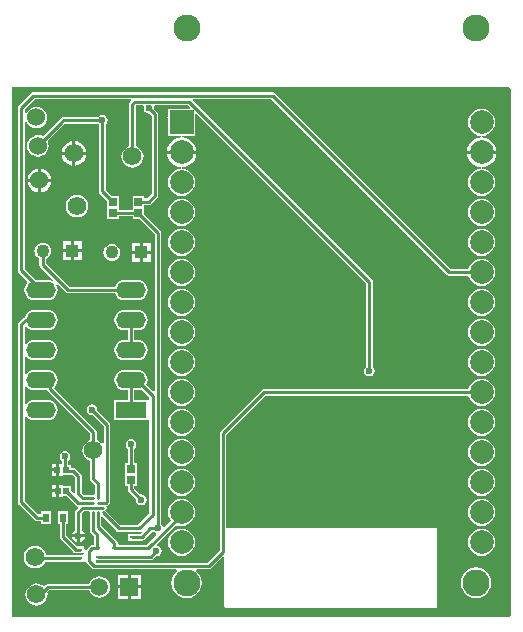
<source format=gtl>
G04*
G04 #@! TF.GenerationSoftware,Altium Limited,Altium Designer,20.0.2 (26)*
G04*
G04 Layer_Physical_Order=1*
G04 Layer_Color=255*
%FSLAX44Y44*%
%MOMM*%
G71*
G01*
G75*
%ADD14C,0.2540*%
%ADD15R,0.6000X0.8000*%
%ADD16R,0.4246X0.2921*%
%ADD17R,0.4500X0.2921*%
%ADD18R,0.6725X0.6899*%
%ADD19R,0.4899X0.4725*%
%ADD20C,0.1524*%
%ADD27C,1.1000*%
%ADD28R,1.1000X1.1000*%
%ADD29C,1.5700*%
%ADD37C,0.2286*%
%ADD38R,1.5000X1.5000*%
%ADD39C,1.5000*%
%ADD40R,2.0000X2.0000*%
%ADD41C,2.0000*%
%ADD42C,2.2888*%
%ADD43O,2.5000X1.4000*%
%ADD44R,2.5000X1.4000*%
%ADD45C,1.5240*%
%ADD46C,0.6000*%
G36*
X838200Y828040D02*
X417830D01*
Y1276350D01*
X838200D01*
Y828040D01*
D02*
G37*
%LPC*%
G36*
X815010Y1258503D02*
X812001Y1258107D01*
X809198Y1256946D01*
X806791Y1255099D01*
X804944Y1252692D01*
X803783Y1249888D01*
X803387Y1246880D01*
X803783Y1243872D01*
X804944Y1241068D01*
X806791Y1238661D01*
X809198Y1236814D01*
X812001Y1235653D01*
X814325Y1235347D01*
X814430Y1235333D01*
Y1234052D01*
X814325Y1234038D01*
X811736Y1233697D01*
X808686Y1232434D01*
X806066Y1230424D01*
X804056Y1227804D01*
X802793Y1224754D01*
X802529Y1222750D01*
X827491D01*
X827227Y1224754D01*
X825964Y1227804D01*
X823953Y1230424D01*
X821334Y1232434D01*
X818283Y1233697D01*
X815695Y1234038D01*
X815590Y1234052D01*
Y1235333D01*
X815695Y1235347D01*
X818018Y1235653D01*
X820822Y1236814D01*
X823229Y1238661D01*
X825076Y1241068D01*
X826237Y1243872D01*
X826633Y1246880D01*
X826237Y1249888D01*
X825076Y1252692D01*
X823229Y1255099D01*
X820822Y1256946D01*
X818018Y1258107D01*
X815010Y1258503D01*
D02*
G37*
G36*
X471170Y1230782D02*
Y1221740D01*
X480213D01*
X480023Y1223182D01*
X478976Y1225710D01*
X477310Y1227880D01*
X475140Y1229546D01*
X472612Y1230593D01*
X471170Y1230782D01*
D02*
G37*
G36*
X468630D02*
X467188Y1230593D01*
X464660Y1229546D01*
X462490Y1227880D01*
X460824Y1225710D01*
X459777Y1223182D01*
X459588Y1221740D01*
X468630D01*
Y1230782D01*
D02*
G37*
G36*
X480213Y1219200D02*
X471170D01*
Y1210157D01*
X472612Y1210347D01*
X475140Y1211394D01*
X477310Y1213060D01*
X478976Y1215230D01*
X480023Y1217758D01*
X480213Y1219200D01*
D02*
G37*
G36*
X468630D02*
X459588D01*
X459777Y1217758D01*
X460824Y1215230D01*
X462490Y1213060D01*
X464660Y1211394D01*
X467188Y1210347D01*
X468630Y1210157D01*
Y1219200D01*
D02*
G37*
G36*
X441960Y1207691D02*
Y1198880D01*
X450770D01*
X450588Y1200262D01*
X449565Y1202734D01*
X447936Y1204856D01*
X445814Y1206485D01*
X443342Y1207508D01*
X441960Y1207691D01*
D02*
G37*
G36*
X439420D02*
X438038Y1207508D01*
X435566Y1206485D01*
X433444Y1204856D01*
X431815Y1202734D01*
X430792Y1200262D01*
X430610Y1198880D01*
X439420D01*
Y1207691D01*
D02*
G37*
G36*
X450770Y1196340D02*
X441960D01*
Y1187530D01*
X443342Y1187711D01*
X445814Y1188735D01*
X447936Y1190364D01*
X449565Y1192486D01*
X450588Y1194958D01*
X450770Y1196340D01*
D02*
G37*
G36*
X439420D02*
X430610D01*
X430792Y1194958D01*
X431815Y1192486D01*
X433444Y1190364D01*
X435566Y1188735D01*
X438038Y1187711D01*
X439420Y1187530D01*
Y1196340D01*
D02*
G37*
G36*
X827491Y1220210D02*
X802529D01*
X802793Y1218206D01*
X804056Y1215156D01*
X806066Y1212536D01*
X808686Y1210526D01*
X811736Y1209263D01*
X814325Y1208922D01*
X814430Y1208908D01*
Y1207627D01*
X814325Y1207613D01*
X812001Y1207307D01*
X809198Y1206146D01*
X806791Y1204299D01*
X804944Y1201892D01*
X803783Y1199088D01*
X803387Y1196080D01*
X803783Y1193072D01*
X804944Y1190268D01*
X806791Y1187861D01*
X809198Y1186014D01*
X812001Y1184853D01*
X815010Y1184457D01*
X818018Y1184853D01*
X820822Y1186014D01*
X823229Y1187861D01*
X825076Y1190268D01*
X826237Y1193072D01*
X826633Y1196080D01*
X826237Y1199088D01*
X825076Y1201892D01*
X823229Y1204299D01*
X820822Y1206146D01*
X818018Y1207307D01*
X815695Y1207613D01*
X815590Y1207627D01*
Y1208908D01*
X815695Y1208922D01*
X818283Y1209263D01*
X821334Y1210526D01*
X823953Y1212536D01*
X825964Y1215156D01*
X827227Y1218206D01*
X827491Y1220210D01*
D02*
G37*
G36*
X573491D02*
X548529D01*
X548793Y1218206D01*
X550056Y1215156D01*
X552066Y1212536D01*
X554686Y1210526D01*
X557736Y1209263D01*
X560325Y1208922D01*
X560430Y1208908D01*
Y1207627D01*
X560325Y1207613D01*
X558002Y1207307D01*
X555198Y1206146D01*
X552791Y1204299D01*
X550944Y1201892D01*
X549782Y1199088D01*
X549386Y1196080D01*
X549782Y1193072D01*
X550944Y1190268D01*
X552791Y1187861D01*
X555198Y1186014D01*
X558002Y1184853D01*
X561010Y1184457D01*
X564018Y1184853D01*
X566822Y1186014D01*
X569229Y1187861D01*
X571076Y1190268D01*
X572237Y1193072D01*
X572633Y1196080D01*
X572237Y1199088D01*
X571076Y1201892D01*
X569229Y1204299D01*
X566822Y1206146D01*
X564018Y1207307D01*
X561695Y1207613D01*
X561590Y1207627D01*
Y1208908D01*
X561695Y1208922D01*
X564283Y1209263D01*
X567334Y1210526D01*
X569953Y1212536D01*
X571964Y1215156D01*
X573227Y1218206D01*
X573491Y1220210D01*
D02*
G37*
G36*
X472440Y1185475D02*
X469993Y1185153D01*
X467713Y1184208D01*
X465754Y1182706D01*
X464252Y1180747D01*
X463307Y1178467D01*
X462985Y1176020D01*
X463307Y1173573D01*
X464252Y1171293D01*
X465754Y1169334D01*
X467713Y1167832D01*
X469993Y1166887D01*
X472440Y1166565D01*
X474887Y1166887D01*
X477167Y1167832D01*
X479126Y1169334D01*
X480628Y1171293D01*
X481573Y1173573D01*
X481895Y1176020D01*
X481573Y1178467D01*
X480628Y1180747D01*
X479126Y1182706D01*
X477167Y1184208D01*
X474887Y1185153D01*
X472440Y1185475D01*
D02*
G37*
G36*
X815010Y1182303D02*
X812001Y1181907D01*
X809198Y1180746D01*
X806791Y1178899D01*
X804944Y1176492D01*
X803783Y1173688D01*
X803387Y1170680D01*
X803783Y1167672D01*
X804944Y1164868D01*
X806791Y1162461D01*
X809198Y1160614D01*
X812001Y1159453D01*
X815010Y1159057D01*
X818018Y1159453D01*
X820822Y1160614D01*
X823229Y1162461D01*
X825076Y1164868D01*
X826237Y1167672D01*
X826633Y1170680D01*
X826237Y1173688D01*
X825076Y1176492D01*
X823229Y1178899D01*
X820822Y1180746D01*
X818018Y1181907D01*
X815010Y1182303D01*
D02*
G37*
G36*
X561010D02*
X558002Y1181907D01*
X555198Y1180746D01*
X552791Y1178899D01*
X550944Y1176492D01*
X549782Y1173688D01*
X549386Y1170680D01*
X549782Y1167672D01*
X550944Y1164868D01*
X552791Y1162461D01*
X555198Y1160614D01*
X558002Y1159453D01*
X561010Y1159057D01*
X564018Y1159453D01*
X566822Y1160614D01*
X569229Y1162461D01*
X571076Y1164868D01*
X572237Y1167672D01*
X572633Y1170680D01*
X572237Y1173688D01*
X571076Y1176492D01*
X569229Y1178899D01*
X566822Y1180746D01*
X564018Y1181907D01*
X561010Y1182303D01*
D02*
G37*
G36*
X476470Y1145960D02*
X469700D01*
Y1139190D01*
X476470D01*
Y1145960D01*
D02*
G37*
G36*
X467160D02*
X460390D01*
Y1139190D01*
X467160D01*
Y1145960D01*
D02*
G37*
G36*
X534890Y1144690D02*
X528120D01*
Y1137920D01*
X534890D01*
Y1144690D01*
D02*
G37*
G36*
X525580D02*
X518810D01*
Y1137920D01*
X525580D01*
Y1144690D01*
D02*
G37*
G36*
X815010Y1156904D02*
X812001Y1156507D01*
X809198Y1155346D01*
X806791Y1153499D01*
X804944Y1151092D01*
X803783Y1148288D01*
X803387Y1145280D01*
X803783Y1142272D01*
X804944Y1139468D01*
X806791Y1137061D01*
X809198Y1135214D01*
X812001Y1134053D01*
X815010Y1133657D01*
X818018Y1134053D01*
X820822Y1135214D01*
X823229Y1137061D01*
X825076Y1139468D01*
X826237Y1142272D01*
X826633Y1145280D01*
X826237Y1148288D01*
X825076Y1151092D01*
X823229Y1153499D01*
X820822Y1155346D01*
X818018Y1156507D01*
X815010Y1156904D01*
D02*
G37*
G36*
X561010D02*
X558002Y1156507D01*
X555198Y1155346D01*
X552791Y1153499D01*
X550944Y1151092D01*
X549782Y1148288D01*
X549386Y1145280D01*
X549782Y1142272D01*
X550944Y1139468D01*
X552791Y1137061D01*
X555198Y1135214D01*
X558002Y1134053D01*
X561010Y1133657D01*
X564018Y1134053D01*
X566822Y1135214D01*
X569229Y1137061D01*
X571076Y1139468D01*
X572237Y1142272D01*
X572633Y1145280D01*
X572237Y1148288D01*
X571076Y1151092D01*
X569229Y1153499D01*
X566822Y1155346D01*
X564018Y1156507D01*
X561010Y1156904D01*
D02*
G37*
G36*
X476470Y1136650D02*
X469700D01*
Y1129880D01*
X476470D01*
Y1136650D01*
D02*
G37*
G36*
X467160D02*
X460390D01*
Y1129880D01*
X467160D01*
Y1136650D01*
D02*
G37*
G36*
X501850Y1143735D02*
X500016Y1143493D01*
X498308Y1142785D01*
X496840Y1141660D01*
X495715Y1140192D01*
X495007Y1138484D01*
X494765Y1136650D01*
X495007Y1134816D01*
X495715Y1133108D01*
X496840Y1131640D01*
X498308Y1130515D01*
X500016Y1129807D01*
X501850Y1129565D01*
X503684Y1129807D01*
X505392Y1130515D01*
X506860Y1131640D01*
X507985Y1133108D01*
X508693Y1134816D01*
X508935Y1136650D01*
X508693Y1138484D01*
X507985Y1140192D01*
X506860Y1141660D01*
X505392Y1142785D01*
X503684Y1143493D01*
X501850Y1143735D01*
D02*
G37*
G36*
X534890Y1135380D02*
X528120D01*
Y1128610D01*
X534890D01*
Y1135380D01*
D02*
G37*
G36*
X525580D02*
X518810D01*
Y1128610D01*
X525580D01*
Y1135380D01*
D02*
G37*
G36*
X638096Y1272293D02*
X638096Y1272293D01*
X435566D01*
X434476Y1272076D01*
X433552Y1271458D01*
X433552Y1271458D01*
X423436Y1261342D01*
X422818Y1260418D01*
X422601Y1259328D01*
X422601Y1259327D01*
Y1121410D01*
X422601Y1121410D01*
X422818Y1120320D01*
X423436Y1119396D01*
X430532Y1112299D01*
X430449Y1111032D01*
X430381Y1110979D01*
X429014Y1109199D01*
X428155Y1107125D01*
X427862Y1104900D01*
X428155Y1102675D01*
X429014Y1100601D01*
X430381Y1098821D01*
X432161Y1097454D01*
X434235Y1096595D01*
X436460Y1096302D01*
X447460D01*
X449685Y1096595D01*
X451759Y1097454D01*
X453539Y1098821D01*
X454906Y1100601D01*
X455765Y1102675D01*
X456058Y1104900D01*
X455765Y1107125D01*
X455054Y1108841D01*
X456130Y1109561D01*
X462806Y1102886D01*
X463730Y1102268D01*
X464820Y1102051D01*
X464820Y1102051D01*
X504614D01*
X505214Y1100601D01*
X506581Y1098821D01*
X508361Y1097454D01*
X510435Y1096595D01*
X512660Y1096302D01*
X523660D01*
X525885Y1096595D01*
X527959Y1097454D01*
X529739Y1098821D01*
X531106Y1100601D01*
X531965Y1102675D01*
X532258Y1104900D01*
X531965Y1107125D01*
X531106Y1109199D01*
X529739Y1110979D01*
X527959Y1112346D01*
X525885Y1113205D01*
X523660Y1113497D01*
X512660D01*
X510435Y1113205D01*
X508361Y1112346D01*
X506581Y1110979D01*
X505214Y1109199D01*
X504614Y1107749D01*
X466000D01*
X446279Y1127470D01*
Y1131497D01*
X446972Y1131785D01*
X448440Y1132910D01*
X449565Y1134378D01*
X450273Y1136086D01*
X450515Y1137920D01*
X450273Y1139754D01*
X449565Y1141462D01*
X448440Y1142930D01*
X446972Y1144055D01*
X445264Y1144763D01*
X443430Y1145005D01*
X441596Y1144763D01*
X439888Y1144055D01*
X438420Y1142930D01*
X437295Y1141462D01*
X436587Y1139754D01*
X436345Y1137920D01*
X436587Y1136086D01*
X437295Y1134378D01*
X438420Y1132910D01*
X439888Y1131785D01*
X440581Y1131497D01*
Y1126290D01*
X440581Y1126290D01*
X440798Y1125200D01*
X441416Y1124276D01*
X452121Y1113570D01*
X451401Y1112494D01*
X449685Y1113205D01*
X447460Y1113497D01*
X437391D01*
X428299Y1122590D01*
Y1247520D01*
X429569Y1247773D01*
X430163Y1246339D01*
X431628Y1244428D01*
X433539Y1242963D01*
X435763Y1242041D01*
X438150Y1241727D01*
X440537Y1242041D01*
X442761Y1242963D01*
X444672Y1244428D01*
X446137Y1246339D01*
X447059Y1248563D01*
X447373Y1250950D01*
X447059Y1253337D01*
X446137Y1255561D01*
X444672Y1257472D01*
X442761Y1258937D01*
X440537Y1259859D01*
X438150Y1260173D01*
X435763Y1259859D01*
X433539Y1258937D01*
X431628Y1257472D01*
X430163Y1255561D01*
X429569Y1254127D01*
X428299Y1254380D01*
Y1258148D01*
X436746Y1266595D01*
X518038D01*
X518564Y1265325D01*
X517416Y1264176D01*
X516798Y1263252D01*
X516581Y1262162D01*
X516581Y1262162D01*
Y1226896D01*
X514703Y1226118D01*
X512744Y1224616D01*
X511242Y1222657D01*
X510297Y1220377D01*
X509975Y1217930D01*
X510297Y1215483D01*
X511242Y1213203D01*
X512744Y1211244D01*
X514703Y1209742D01*
X516983Y1208797D01*
X519430Y1208475D01*
X521877Y1208797D01*
X524157Y1209742D01*
X526116Y1211244D01*
X527618Y1213203D01*
X528563Y1215483D01*
X528885Y1217930D01*
X528563Y1220377D01*
X527618Y1222657D01*
X526116Y1224616D01*
X524157Y1226118D01*
X522279Y1226896D01*
Y1260982D01*
X522812Y1261515D01*
X528580D01*
X529106Y1260530D01*
X529121Y1260245D01*
X528787Y1258570D01*
X529138Y1256805D01*
X530138Y1255308D01*
X531635Y1254308D01*
X533400Y1253957D01*
X533887Y1254054D01*
X535631Y1252310D01*
Y1186077D01*
X531938Y1182384D01*
X529396D01*
Y1184509D01*
X519624D01*
Y1172813D01*
X507806D01*
Y1184509D01*
X501975D01*
X496879Y1189606D01*
Y1244873D01*
X497292Y1245148D01*
X498292Y1246645D01*
X498643Y1248410D01*
X498292Y1250175D01*
X497292Y1251672D01*
X495795Y1252672D01*
X494030Y1253023D01*
X492265Y1252672D01*
X490768Y1251672D01*
X490493Y1251259D01*
X461010D01*
X461010Y1251259D01*
X459920Y1251042D01*
X458996Y1250424D01*
X458996Y1250424D01*
X457726Y1249154D01*
X457726Y1249154D01*
X443570Y1234998D01*
X441807Y1235729D01*
X439420Y1236043D01*
X437033Y1235729D01*
X434809Y1234807D01*
X432898Y1233342D01*
X431433Y1231431D01*
X430511Y1229207D01*
X430197Y1226820D01*
X430511Y1224433D01*
X431433Y1222209D01*
X432898Y1220298D01*
X434809Y1218833D01*
X437033Y1217911D01*
X439420Y1217597D01*
X441807Y1217911D01*
X444031Y1218833D01*
X445942Y1220298D01*
X447407Y1222209D01*
X448329Y1224433D01*
X448643Y1226820D01*
X448329Y1229207D01*
X447598Y1230970D01*
X461754Y1245126D01*
X461754Y1245126D01*
X462190Y1245561D01*
X490493D01*
X490768Y1245148D01*
X491181Y1244873D01*
Y1188426D01*
X491181Y1188426D01*
X491398Y1187335D01*
X492016Y1186411D01*
X498034Y1180393D01*
Y1174562D01*
Y1164991D01*
X507806D01*
Y1167116D01*
X519624D01*
Y1164991D01*
X525368D01*
X538171Y1152187D01*
Y1019521D01*
X536998Y1019035D01*
X531260Y1024773D01*
X531965Y1026475D01*
X532258Y1028700D01*
X531965Y1030925D01*
X531106Y1032999D01*
X529739Y1034779D01*
X527959Y1036146D01*
X525885Y1037005D01*
X523660Y1037298D01*
X512660D01*
X510435Y1037005D01*
X508361Y1036146D01*
X506581Y1034779D01*
X505214Y1032999D01*
X504355Y1030925D01*
X504062Y1028700D01*
X504355Y1026475D01*
X505214Y1024401D01*
X506581Y1022621D01*
X508361Y1021254D01*
X510435Y1020395D01*
X512660Y1020102D01*
X515311D01*
Y1011824D01*
X504136D01*
Y994776D01*
X532184D01*
Y1011824D01*
X521009D01*
Y1020102D01*
X523660D01*
X525885Y1020395D01*
X527084Y1020892D01*
X533805Y1014170D01*
Y915867D01*
X524304Y906366D01*
X523204Y905955D01*
X523204Y905955D01*
Y905955D01*
X523204Y905955D01*
X515656D01*
Y905819D01*
X508807D01*
X496587Y918039D01*
X496601Y918179D01*
X497330Y919272D01*
X497587Y920560D01*
X497348Y921762D01*
X498184Y921928D01*
X499108Y922546D01*
X499790Y923228D01*
X499790Y923228D01*
X500408Y924152D01*
X500625Y925242D01*
X500625Y925242D01*
Y990664D01*
X500625Y990664D01*
X500408Y991754D01*
X499790Y992678D01*
X489656Y1002813D01*
X489753Y1003300D01*
X489402Y1005065D01*
X488402Y1006562D01*
X486905Y1007561D01*
X485140Y1007913D01*
X483375Y1007561D01*
X481878Y1006562D01*
X480878Y1005065D01*
X480527Y1003300D01*
X480878Y1001535D01*
X481878Y1000038D01*
X483375Y999038D01*
X485140Y998687D01*
X485627Y998784D01*
X494927Y989484D01*
Y975395D01*
X493657Y974964D01*
X493096Y975696D01*
X491137Y977198D01*
X489259Y977976D01*
Y984250D01*
X489042Y985340D01*
X488424Y986264D01*
X488424Y986264D01*
X453388Y1021301D01*
X453471Y1022568D01*
X453539Y1022621D01*
X454906Y1024401D01*
X455765Y1026475D01*
X456058Y1028700D01*
X455765Y1030925D01*
X454906Y1032999D01*
X453539Y1034779D01*
X451759Y1036146D01*
X449685Y1037005D01*
X447460Y1037298D01*
X436460D01*
X434235Y1037005D01*
X432161Y1036146D01*
X430381Y1034779D01*
X429569Y1033721D01*
X428299Y1034152D01*
Y1048648D01*
X429569Y1049079D01*
X430381Y1048021D01*
X432161Y1046654D01*
X434235Y1045795D01*
X436460Y1045502D01*
X447460D01*
X449685Y1045795D01*
X451759Y1046654D01*
X453539Y1048021D01*
X454906Y1049801D01*
X455765Y1051875D01*
X456058Y1054100D01*
X455765Y1056325D01*
X454906Y1058399D01*
X453539Y1060179D01*
X451759Y1061546D01*
X449685Y1062405D01*
X447460Y1062698D01*
X436460D01*
X434235Y1062405D01*
X432161Y1061546D01*
X430381Y1060179D01*
X429569Y1059121D01*
X428299Y1059552D01*
Y1073488D01*
X429480Y1074262D01*
X429784Y1074199D01*
X430381Y1073421D01*
X432161Y1072054D01*
X434235Y1071195D01*
X436460Y1070902D01*
X447460D01*
X449685Y1071195D01*
X451759Y1072054D01*
X453539Y1073421D01*
X454906Y1075201D01*
X455765Y1077275D01*
X456058Y1079500D01*
X455765Y1081725D01*
X454906Y1083799D01*
X453539Y1085579D01*
X451759Y1086946D01*
X449685Y1087805D01*
X447460Y1088098D01*
X436460D01*
X434235Y1087805D01*
X432161Y1086946D01*
X430381Y1085579D01*
X429014Y1083799D01*
X428338Y1082165D01*
X428170Y1082132D01*
X427246Y1081514D01*
X423436Y1077704D01*
X422818Y1076780D01*
X422601Y1075690D01*
X422601Y1075690D01*
Y924930D01*
X422601Y924930D01*
X422818Y923840D01*
X423436Y922916D01*
X436506Y909846D01*
X436506Y909846D01*
X437430Y909228D01*
X438520Y909011D01*
X438520Y909011D01*
X441616D01*
Y906336D01*
X450664D01*
Y917384D01*
X441616D01*
Y915542D01*
X441085Y915214D01*
X440346Y915000D01*
X439610Y915492D01*
X438745Y915664D01*
X428299Y926110D01*
Y997848D01*
X429569Y998279D01*
X430381Y997221D01*
X432161Y995854D01*
X434235Y994995D01*
X436460Y994703D01*
X447460D01*
X449685Y994995D01*
X451759Y995854D01*
X453539Y997221D01*
X454906Y999001D01*
X455765Y1001075D01*
X456058Y1003300D01*
X455765Y1005525D01*
X454906Y1007599D01*
X453539Y1009379D01*
X451759Y1010746D01*
X449685Y1011605D01*
X447460Y1011898D01*
X436460D01*
X434235Y1011605D01*
X432161Y1010746D01*
X430381Y1009379D01*
X429569Y1008321D01*
X428299Y1008752D01*
Y1023248D01*
X429569Y1023679D01*
X430381Y1022621D01*
X432161Y1021254D01*
X434235Y1020395D01*
X436460Y1020102D01*
X446984D01*
X447021Y1019917D01*
X447638Y1018993D01*
X483561Y983070D01*
Y977976D01*
X481683Y977198D01*
X479724Y975696D01*
X478222Y973737D01*
X477277Y971457D01*
X476955Y969010D01*
X477277Y966563D01*
X478222Y964283D01*
X479724Y962324D01*
X481683Y960822D01*
X483561Y960044D01*
Y944880D01*
X483561Y944880D01*
X483778Y943790D01*
X484396Y942866D01*
X487501Y939761D01*
Y932319D01*
X486231Y931277D01*
X486220Y931279D01*
X478639D01*
X476559Y933360D01*
Y947420D01*
X476342Y948510D01*
X475724Y949434D01*
X475724Y949434D01*
X471470Y953688D01*
X470546Y954306D01*
X469456Y954523D01*
X469456Y954523D01*
X467499D01*
Y956386D01*
X465129D01*
Y960393D01*
X465542Y960668D01*
X466541Y962165D01*
X466893Y963930D01*
X466541Y965695D01*
X465542Y967192D01*
X464045Y968192D01*
X462280Y968543D01*
X460515Y968192D01*
X459018Y967192D01*
X458018Y965695D01*
X457667Y963930D01*
X458018Y962165D01*
X459018Y960668D01*
X459431Y960393D01*
Y957402D01*
X457224D01*
Y952500D01*
Y947598D01*
X460944D01*
Y948614D01*
X467499D01*
X467499Y948614D01*
Y948614D01*
X468687Y948414D01*
X470861Y946240D01*
Y933233D01*
X469591Y932708D01*
X467524Y934775D01*
Y938606D01*
X460968D01*
Y939622D01*
X457249D01*
Y934720D01*
Y929818D01*
X460968D01*
Y930834D01*
X463408D01*
X471696Y922546D01*
X472620Y921928D01*
X472831Y921886D01*
X473249Y920508D01*
X471696Y918954D01*
X471078Y918030D01*
X470861Y916940D01*
X470861Y916940D01*
Y901379D01*
X469716Y900614D01*
X468491Y898782D01*
X468314Y897890D01*
X479106D01*
X478929Y898782D01*
X477704Y900614D01*
X476559Y901379D01*
Y915760D01*
X478639Y917841D01*
X482461D01*
X483503Y916571D01*
X483501Y916560D01*
Y910499D01*
X483307Y909526D01*
X483307Y909526D01*
Y900974D01*
X483307Y900974D01*
X483524Y899884D01*
X484142Y898960D01*
X486521Y896581D01*
Y889249D01*
X485080D01*
X485080Y889249D01*
X483990Y889032D01*
X483066Y888414D01*
X480586Y885934D01*
X480024Y885094D01*
X479931Y885081D01*
X478754Y885817D01*
Y888114D01*
X472274D01*
X463489Y896900D01*
Y906336D01*
X465164D01*
Y917384D01*
X456116D01*
Y906336D01*
X457791D01*
Y895720D01*
X457791Y895720D01*
X458008Y894630D01*
X458626Y893706D01*
X469216Y883116D01*
X469216Y883116D01*
X470140Y882498D01*
X471206Y882286D01*
Y882145D01*
X478481D01*
X478754Y882145D01*
X478761Y882141D01*
Y881769D01*
X477493Y880614D01*
X471206D01*
Y880479D01*
X446119D01*
X446013Y881287D01*
X445068Y883567D01*
X443566Y885526D01*
X441607Y887028D01*
X439327Y887973D01*
X436880Y888295D01*
X434433Y887973D01*
X432153Y887028D01*
X430194Y885526D01*
X428692Y883567D01*
X427747Y881287D01*
X427425Y878840D01*
X427747Y876393D01*
X428692Y874113D01*
X430194Y872154D01*
X432153Y870652D01*
X434433Y869707D01*
X436880Y869385D01*
X439327Y869707D01*
X441607Y870652D01*
X443566Y872154D01*
X445068Y874113D01*
X445345Y874781D01*
X471206D01*
Y874645D01*
X478638D01*
X478754Y874645D01*
X479962Y874497D01*
X479968Y874468D01*
X480586Y873543D01*
X484923Y869206D01*
X484923Y869206D01*
X485848Y868588D01*
X486938Y868371D01*
X486938Y868371D01*
X556667D01*
X557098Y867101D01*
X555961Y866229D01*
X553882Y863520D01*
X552576Y860365D01*
X552130Y856980D01*
X552576Y853595D01*
X553882Y850440D01*
X555961Y847731D01*
X558670Y845652D01*
X561825Y844346D01*
X565210Y843900D01*
X568595Y844346D01*
X571750Y845652D01*
X574459Y847731D01*
X576537Y850440D01*
X577844Y853595D01*
X578290Y856980D01*
X577844Y860365D01*
X576537Y863520D01*
X574459Y866229D01*
X573322Y867101D01*
X573753Y868371D01*
X584200D01*
X584200Y868371D01*
X585290Y868588D01*
X586214Y869206D01*
X596087Y879078D01*
X597260Y878592D01*
Y836980D01*
X597743Y835814D01*
X598910Y835330D01*
X775810D01*
X776976Y835814D01*
X777459Y836980D01*
Y901880D01*
X776976Y903046D01*
X775810Y903530D01*
X598965D01*
Y982286D01*
X632110Y1015431D01*
X803762D01*
X803783Y1015272D01*
X804944Y1012468D01*
X806791Y1010061D01*
X809198Y1008214D01*
X812001Y1007053D01*
X815010Y1006657D01*
X818018Y1007053D01*
X820822Y1008214D01*
X823229Y1010061D01*
X825076Y1012468D01*
X826237Y1015272D01*
X826633Y1018280D01*
X826237Y1021288D01*
X825076Y1024092D01*
X823229Y1026499D01*
X820822Y1028346D01*
X818018Y1029507D01*
X815010Y1029903D01*
X812001Y1029507D01*
X809198Y1028346D01*
X806791Y1026499D01*
X804944Y1024092D01*
X803783Y1021288D01*
X803762Y1021129D01*
X630930D01*
X629840Y1020912D01*
X628916Y1020294D01*
X628916Y1020294D01*
X594101Y985480D01*
X593484Y984556D01*
X593267Y983466D01*
X593267Y983466D01*
Y884316D01*
X583020Y874069D01*
X488624D01*
X488185Y874645D01*
X488815Y875916D01*
X493867D01*
Y876051D01*
X500416D01*
Y875916D01*
X507964D01*
Y876051D01*
X534730D01*
X534730Y876051D01*
X535820Y876268D01*
X536744Y876886D01*
X539263Y879404D01*
X539750Y879307D01*
X541515Y879659D01*
X543012Y880658D01*
X544011Y882155D01*
X544363Y883920D01*
X544011Y885685D01*
X543012Y887182D01*
X541515Y888182D01*
X540460Y888391D01*
X540042Y889769D01*
X556392Y906119D01*
X558002Y905453D01*
X561010Y905057D01*
X564018Y905453D01*
X566822Y906614D01*
X569229Y908461D01*
X571076Y910868D01*
X572237Y913672D01*
X572633Y916680D01*
X572237Y919688D01*
X571076Y922492D01*
X569229Y924899D01*
X566822Y926746D01*
X564018Y927907D01*
X561010Y928304D01*
X558002Y927907D01*
X555198Y926746D01*
X552791Y924899D01*
X550944Y922492D01*
X549782Y919688D01*
X549386Y916680D01*
X549782Y913672D01*
X550944Y910868D01*
X551873Y909658D01*
X546511Y904296D01*
X545442Y904620D01*
X545231Y904811D01*
X544282Y906232D01*
X543869Y906507D01*
Y1153367D01*
X543869Y1153367D01*
X543652Y1154457D01*
X543034Y1155381D01*
X543034Y1155381D01*
X529396Y1169019D01*
Y1176687D01*
X533118D01*
X533118Y1176687D01*
X534208Y1176904D01*
X535132Y1177521D01*
X540494Y1182883D01*
X541112Y1183807D01*
X541329Y1184898D01*
X541329Y1184898D01*
Y1253490D01*
X541329Y1253490D01*
X541112Y1254580D01*
X540494Y1255504D01*
X540494Y1255504D01*
X537916Y1258083D01*
X538013Y1258570D01*
X537679Y1260245D01*
X537694Y1260530D01*
X538220Y1261515D01*
X566297D01*
X568235Y1259577D01*
X567749Y1258404D01*
X549486D01*
Y1252426D01*
X549228Y1252040D01*
X549011Y1250950D01*
X549228Y1249860D01*
X549486Y1249474D01*
Y1235356D01*
X560606D01*
X560689Y1234086D01*
X560117Y1234011D01*
X557736Y1233697D01*
X554686Y1232434D01*
X552066Y1230424D01*
X550056Y1227804D01*
X548793Y1224754D01*
X548529Y1222750D01*
X573491D01*
X573227Y1224754D01*
X571964Y1227804D01*
X569953Y1230424D01*
X567334Y1232434D01*
X564283Y1233697D01*
X561903Y1234011D01*
X561331Y1234086D01*
X561414Y1235356D01*
X572534D01*
Y1253619D01*
X573707Y1254105D01*
X717241Y1110571D01*
Y1039857D01*
X716828Y1039582D01*
X715828Y1038085D01*
X715477Y1036320D01*
X715828Y1034555D01*
X716828Y1033058D01*
X718325Y1032058D01*
X720090Y1031707D01*
X721855Y1032058D01*
X723352Y1033058D01*
X724352Y1034555D01*
X724703Y1036320D01*
X724352Y1038085D01*
X723352Y1039582D01*
X722939Y1039857D01*
Y1111751D01*
X722722Y1112841D01*
X722104Y1113766D01*
X722104Y1113766D01*
X570545Y1265325D01*
X571071Y1266595D01*
X636916D01*
X785646Y1117866D01*
X785646Y1117866D01*
X786570Y1117248D01*
X787660Y1117031D01*
X787660Y1117031D01*
X803762D01*
X803783Y1116872D01*
X804944Y1114068D01*
X806791Y1111661D01*
X809198Y1109814D01*
X812001Y1108653D01*
X815010Y1108257D01*
X818018Y1108653D01*
X820822Y1109814D01*
X823229Y1111661D01*
X825076Y1114068D01*
X826237Y1116872D01*
X826633Y1119880D01*
X826237Y1122888D01*
X825076Y1125692D01*
X823229Y1128099D01*
X820822Y1129946D01*
X818018Y1131107D01*
X815010Y1131504D01*
X812001Y1131107D01*
X809198Y1129946D01*
X806791Y1128099D01*
X804944Y1125692D01*
X803783Y1122888D01*
X803762Y1122729D01*
X788840D01*
X640110Y1271458D01*
X639186Y1272076D01*
X638096Y1272293D01*
D02*
G37*
G36*
X561010Y1131504D02*
X558002Y1131107D01*
X555198Y1129946D01*
X552791Y1128099D01*
X550944Y1125692D01*
X549782Y1122888D01*
X549386Y1119880D01*
X549782Y1116872D01*
X550944Y1114068D01*
X552791Y1111661D01*
X555198Y1109814D01*
X558002Y1108653D01*
X561010Y1108257D01*
X564018Y1108653D01*
X566822Y1109814D01*
X569229Y1111661D01*
X571076Y1114068D01*
X572237Y1116872D01*
X572633Y1119880D01*
X572237Y1122888D01*
X571076Y1125692D01*
X569229Y1128099D01*
X566822Y1129946D01*
X564018Y1131107D01*
X561010Y1131504D01*
D02*
G37*
G36*
X815010Y1106104D02*
X812001Y1105707D01*
X809198Y1104546D01*
X806791Y1102699D01*
X804944Y1100292D01*
X803783Y1097488D01*
X803387Y1094480D01*
X803783Y1091472D01*
X804944Y1088668D01*
X806791Y1086261D01*
X809198Y1084414D01*
X812001Y1083253D01*
X815010Y1082857D01*
X818018Y1083253D01*
X820822Y1084414D01*
X823229Y1086261D01*
X825076Y1088668D01*
X826237Y1091472D01*
X826633Y1094480D01*
X826237Y1097488D01*
X825076Y1100292D01*
X823229Y1102699D01*
X820822Y1104546D01*
X818018Y1105707D01*
X815010Y1106104D01*
D02*
G37*
G36*
X561010D02*
X558002Y1105707D01*
X555198Y1104546D01*
X552791Y1102699D01*
X550944Y1100292D01*
X549782Y1097488D01*
X549386Y1094480D01*
X549782Y1091472D01*
X550944Y1088668D01*
X552791Y1086261D01*
X555198Y1084414D01*
X558002Y1083253D01*
X561010Y1082857D01*
X564018Y1083253D01*
X566822Y1084414D01*
X569229Y1086261D01*
X571076Y1088668D01*
X572237Y1091472D01*
X572633Y1094480D01*
X572237Y1097488D01*
X571076Y1100292D01*
X569229Y1102699D01*
X566822Y1104546D01*
X564018Y1105707D01*
X561010Y1106104D01*
D02*
G37*
G36*
X815010Y1080704D02*
X812001Y1080307D01*
X809198Y1079146D01*
X806791Y1077299D01*
X804944Y1074892D01*
X803783Y1072088D01*
X803387Y1069080D01*
X803783Y1066072D01*
X804944Y1063268D01*
X806791Y1060861D01*
X809198Y1059014D01*
X812001Y1057853D01*
X815010Y1057457D01*
X818018Y1057853D01*
X820822Y1059014D01*
X823229Y1060861D01*
X825076Y1063268D01*
X826237Y1066072D01*
X826633Y1069080D01*
X826237Y1072088D01*
X825076Y1074892D01*
X823229Y1077299D01*
X820822Y1079146D01*
X818018Y1080307D01*
X815010Y1080704D01*
D02*
G37*
G36*
X561010D02*
X558002Y1080307D01*
X555198Y1079146D01*
X552791Y1077299D01*
X550944Y1074892D01*
X549782Y1072088D01*
X549386Y1069080D01*
X549782Y1066072D01*
X550944Y1063268D01*
X552791Y1060861D01*
X555198Y1059014D01*
X558002Y1057853D01*
X561010Y1057457D01*
X564018Y1057853D01*
X566822Y1059014D01*
X569229Y1060861D01*
X571076Y1063268D01*
X572237Y1066072D01*
X572633Y1069080D01*
X572237Y1072088D01*
X571076Y1074892D01*
X569229Y1077299D01*
X566822Y1079146D01*
X564018Y1080307D01*
X561010Y1080704D01*
D02*
G37*
G36*
X523660Y1088098D02*
X512660D01*
X510435Y1087805D01*
X508361Y1086946D01*
X506581Y1085579D01*
X505214Y1083799D01*
X504355Y1081725D01*
X504062Y1079500D01*
X504355Y1077275D01*
X505214Y1075201D01*
X506581Y1073421D01*
X508361Y1072054D01*
X510435Y1071195D01*
X512660Y1070902D01*
X515311D01*
Y1062698D01*
X512660D01*
X510435Y1062405D01*
X508361Y1061546D01*
X506581Y1060179D01*
X505214Y1058399D01*
X504355Y1056325D01*
X504062Y1054100D01*
X504355Y1051875D01*
X505214Y1049801D01*
X506581Y1048021D01*
X508361Y1046654D01*
X510435Y1045795D01*
X512660Y1045502D01*
X523660D01*
X525885Y1045795D01*
X527959Y1046654D01*
X529739Y1048021D01*
X531106Y1049801D01*
X531965Y1051875D01*
X532258Y1054100D01*
X531965Y1056325D01*
X531106Y1058399D01*
X529739Y1060179D01*
X527959Y1061546D01*
X525885Y1062405D01*
X523660Y1062698D01*
X521009D01*
Y1070902D01*
X523660D01*
X525885Y1071195D01*
X527959Y1072054D01*
X529739Y1073421D01*
X531106Y1075201D01*
X531965Y1077275D01*
X532258Y1079500D01*
X531965Y1081725D01*
X531106Y1083799D01*
X529739Y1085579D01*
X527959Y1086946D01*
X525885Y1087805D01*
X523660Y1088098D01*
D02*
G37*
G36*
X815010Y1055303D02*
X812001Y1054907D01*
X809198Y1053746D01*
X806791Y1051899D01*
X804944Y1049492D01*
X803783Y1046688D01*
X803387Y1043680D01*
X803783Y1040672D01*
X804944Y1037868D01*
X806791Y1035461D01*
X809198Y1033614D01*
X812001Y1032453D01*
X815010Y1032057D01*
X818018Y1032453D01*
X820822Y1033614D01*
X823229Y1035461D01*
X825076Y1037868D01*
X826237Y1040672D01*
X826633Y1043680D01*
X826237Y1046688D01*
X825076Y1049492D01*
X823229Y1051899D01*
X820822Y1053746D01*
X818018Y1054907D01*
X815010Y1055303D01*
D02*
G37*
G36*
X561010D02*
X558002Y1054907D01*
X555198Y1053746D01*
X552791Y1051899D01*
X550944Y1049492D01*
X549782Y1046688D01*
X549386Y1043680D01*
X549782Y1040672D01*
X550944Y1037868D01*
X552791Y1035461D01*
X555198Y1033614D01*
X558002Y1032453D01*
X561010Y1032057D01*
X564018Y1032453D01*
X566822Y1033614D01*
X569229Y1035461D01*
X571076Y1037868D01*
X572237Y1040672D01*
X572633Y1043680D01*
X572237Y1046688D01*
X571076Y1049492D01*
X569229Y1051899D01*
X566822Y1053746D01*
X564018Y1054907D01*
X561010Y1055303D01*
D02*
G37*
G36*
Y1029903D02*
X558002Y1029507D01*
X555198Y1028346D01*
X552791Y1026499D01*
X550944Y1024092D01*
X549782Y1021288D01*
X549386Y1018280D01*
X549782Y1015272D01*
X550944Y1012468D01*
X552791Y1010061D01*
X555198Y1008214D01*
X558002Y1007053D01*
X561010Y1006657D01*
X564018Y1007053D01*
X566822Y1008214D01*
X569229Y1010061D01*
X571076Y1012468D01*
X572237Y1015272D01*
X572633Y1018280D01*
X572237Y1021288D01*
X571076Y1024092D01*
X569229Y1026499D01*
X566822Y1028346D01*
X564018Y1029507D01*
X561010Y1029903D01*
D02*
G37*
G36*
X815010Y1004503D02*
X812001Y1004107D01*
X809198Y1002946D01*
X806791Y1001099D01*
X804944Y998692D01*
X803783Y995888D01*
X803387Y992880D01*
X803783Y989872D01*
X804944Y987068D01*
X806791Y984661D01*
X809198Y982814D01*
X812001Y981653D01*
X815010Y981257D01*
X818018Y981653D01*
X820822Y982814D01*
X823229Y984661D01*
X825076Y987068D01*
X826237Y989872D01*
X826633Y992880D01*
X826237Y995888D01*
X825076Y998692D01*
X823229Y1001099D01*
X820822Y1002946D01*
X818018Y1004107D01*
X815010Y1004503D01*
D02*
G37*
G36*
X561010D02*
X558002Y1004107D01*
X555198Y1002946D01*
X552791Y1001099D01*
X550944Y998692D01*
X549782Y995888D01*
X549386Y992880D01*
X549782Y989872D01*
X550944Y987068D01*
X552791Y984661D01*
X555198Y982814D01*
X558002Y981653D01*
X561010Y981257D01*
X564018Y981653D01*
X566822Y982814D01*
X569229Y984661D01*
X571076Y987068D01*
X572237Y989872D01*
X572633Y992880D01*
X572237Y995888D01*
X571076Y998692D01*
X569229Y1001099D01*
X566822Y1002946D01*
X564018Y1004107D01*
X561010Y1004503D01*
D02*
G37*
G36*
X815010Y979103D02*
X812001Y978707D01*
X809198Y977546D01*
X806791Y975699D01*
X804944Y973292D01*
X803783Y970488D01*
X803387Y967480D01*
X803783Y964472D01*
X804944Y961668D01*
X806791Y959261D01*
X809198Y957414D01*
X812001Y956253D01*
X815010Y955857D01*
X818018Y956253D01*
X820822Y957414D01*
X823229Y959261D01*
X825076Y961668D01*
X826237Y964472D01*
X826633Y967480D01*
X826237Y970488D01*
X825076Y973292D01*
X823229Y975699D01*
X820822Y977546D01*
X818018Y978707D01*
X815010Y979103D01*
D02*
G37*
G36*
X561010D02*
X558002Y978707D01*
X555198Y977546D01*
X552791Y975699D01*
X550944Y973292D01*
X549782Y970488D01*
X549386Y967480D01*
X549782Y964472D01*
X550944Y961668D01*
X552791Y959261D01*
X555198Y957414D01*
X558002Y956253D01*
X561010Y955857D01*
X564018Y956253D01*
X566822Y957414D01*
X569229Y959261D01*
X571076Y961668D01*
X572237Y964472D01*
X572633Y967480D01*
X572237Y970488D01*
X571076Y973292D01*
X569229Y975699D01*
X566822Y977546D01*
X564018Y978707D01*
X561010Y979103D01*
D02*
G37*
G36*
X454684Y957402D02*
X450965D01*
Y953770D01*
X454684D01*
Y957402D01*
D02*
G37*
G36*
Y951230D02*
X450965D01*
Y947598D01*
X454684D01*
Y951230D01*
D02*
G37*
G36*
X454709Y939622D02*
X450989D01*
Y935990D01*
X454709D01*
Y939622D01*
D02*
G37*
G36*
X815010Y953704D02*
X812001Y953307D01*
X809198Y952146D01*
X806791Y950299D01*
X804944Y947892D01*
X803783Y945088D01*
X803387Y942080D01*
X803783Y939072D01*
X804944Y936268D01*
X806791Y933861D01*
X809198Y932014D01*
X812001Y930853D01*
X815010Y930457D01*
X818018Y930853D01*
X820822Y932014D01*
X823229Y933861D01*
X825076Y936268D01*
X826237Y939072D01*
X826633Y942080D01*
X826237Y945088D01*
X825076Y947892D01*
X823229Y950299D01*
X820822Y952146D01*
X818018Y953307D01*
X815010Y953704D01*
D02*
G37*
G36*
X561010D02*
X558002Y953307D01*
X555198Y952146D01*
X552791Y950299D01*
X550944Y947892D01*
X549782Y945088D01*
X549386Y942080D01*
X549782Y939072D01*
X550944Y936268D01*
X552791Y933861D01*
X555198Y932014D01*
X558002Y930853D01*
X561010Y930457D01*
X564018Y930853D01*
X566822Y932014D01*
X569229Y933861D01*
X571076Y936268D01*
X572237Y939072D01*
X572633Y942080D01*
X572237Y945088D01*
X571076Y947892D01*
X569229Y950299D01*
X566822Y952146D01*
X564018Y953307D01*
X561010Y953704D01*
D02*
G37*
G36*
X454709Y933450D02*
X450989D01*
Y929818D01*
X454709D01*
Y933450D01*
D02*
G37*
G36*
X518160Y978703D02*
X516395Y978352D01*
X514898Y977352D01*
X513899Y975855D01*
X513547Y974090D01*
X513899Y972325D01*
X514898Y970828D01*
X515311Y970553D01*
Y958449D01*
X513274D01*
Y948502D01*
Y938931D01*
X515311D01*
Y935990D01*
X515311Y935990D01*
X515528Y934900D01*
X516146Y933976D01*
X522534Y927587D01*
X522437Y927100D01*
X522789Y925335D01*
X523788Y923838D01*
X525285Y922839D01*
X527050Y922487D01*
X528815Y922839D01*
X530312Y923838D01*
X531311Y925335D01*
X531663Y927100D01*
X531311Y928865D01*
X530312Y930362D01*
X528815Y931361D01*
X527050Y931713D01*
X526563Y931616D01*
X521009Y937170D01*
Y938931D01*
X523046D01*
Y948502D01*
Y958449D01*
X521009D01*
Y970553D01*
X521422Y970828D01*
X522421Y972325D01*
X522773Y974090D01*
X522421Y975855D01*
X521422Y977352D01*
X519925Y978352D01*
X518160Y978703D01*
D02*
G37*
G36*
X815010Y928304D02*
X812001Y927907D01*
X809198Y926746D01*
X806791Y924899D01*
X804944Y922492D01*
X803783Y919688D01*
X803387Y916680D01*
X803783Y913672D01*
X804944Y910868D01*
X806791Y908461D01*
X809198Y906614D01*
X812001Y905453D01*
X815010Y905057D01*
X818018Y905453D01*
X820822Y906614D01*
X823229Y908461D01*
X825076Y910868D01*
X826237Y913672D01*
X826633Y916680D01*
X826237Y919688D01*
X825076Y922492D01*
X823229Y924899D01*
X820822Y926746D01*
X818018Y927907D01*
X815010Y928304D01*
D02*
G37*
G36*
X479106Y895350D02*
X474980D01*
Y891224D01*
X475872Y891401D01*
X477704Y892626D01*
X478929Y894458D01*
X479106Y895350D01*
D02*
G37*
G36*
X472440D02*
X468314D01*
X468491Y894458D01*
X469716Y892626D01*
X471548Y891401D01*
X472440Y891224D01*
Y895350D01*
D02*
G37*
G36*
X815010Y902904D02*
X812001Y902507D01*
X809198Y901346D01*
X806791Y899499D01*
X804944Y897092D01*
X803783Y894288D01*
X803387Y891280D01*
X803783Y888272D01*
X804944Y885468D01*
X806791Y883061D01*
X809198Y881214D01*
X812001Y880053D01*
X815010Y879657D01*
X818018Y880053D01*
X820822Y881214D01*
X823229Y883061D01*
X825076Y885468D01*
X826237Y888272D01*
X826633Y891280D01*
X826237Y894288D01*
X825076Y897092D01*
X823229Y899499D01*
X820822Y901346D01*
X818018Y902507D01*
X815010Y902904D01*
D02*
G37*
G36*
X561010D02*
X558002Y902507D01*
X555198Y901346D01*
X552791Y899499D01*
X550944Y897092D01*
X549782Y894288D01*
X549386Y891280D01*
X549782Y888272D01*
X550944Y885468D01*
X552791Y883061D01*
X555198Y881214D01*
X558002Y880053D01*
X561010Y879657D01*
X564018Y880053D01*
X566822Y881214D01*
X569229Y883061D01*
X571076Y885468D01*
X572237Y888272D01*
X572633Y891280D01*
X572237Y894288D01*
X571076Y897092D01*
X569229Y899499D01*
X566822Y901346D01*
X564018Y902507D01*
X561010Y902904D01*
D02*
G37*
G36*
X526930Y863480D02*
X518160D01*
Y854710D01*
X526930D01*
Y863480D01*
D02*
G37*
G36*
X515620D02*
X506850D01*
Y854710D01*
X515620D01*
Y863480D01*
D02*
G37*
G36*
X491490Y862542D02*
X489134Y862232D01*
X486939Y861322D01*
X485054Y859876D01*
X483608Y857991D01*
X482902Y856289D01*
X448061D01*
X446971Y856072D01*
X446047Y855454D01*
X446047Y855454D01*
X444571Y853979D01*
X442877Y855278D01*
X440597Y856223D01*
X438150Y856545D01*
X435703Y856223D01*
X433423Y855278D01*
X431464Y853776D01*
X429962Y851817D01*
X429017Y849537D01*
X428695Y847090D01*
X429017Y844643D01*
X429962Y842363D01*
X431464Y840404D01*
X433423Y838902D01*
X435703Y837957D01*
X438150Y837635D01*
X440597Y837957D01*
X442877Y838902D01*
X444836Y840404D01*
X446338Y842363D01*
X447283Y844643D01*
X447605Y847090D01*
X447388Y848738D01*
X449241Y850591D01*
X482902D01*
X483608Y848889D01*
X485054Y847004D01*
X486939Y845558D01*
X489134Y844648D01*
X491490Y844338D01*
X493846Y844648D01*
X496041Y845558D01*
X497926Y847004D01*
X499372Y848889D01*
X500282Y851084D01*
X500592Y853440D01*
X500282Y855796D01*
X499372Y857991D01*
X497926Y859876D01*
X496041Y861322D01*
X493846Y862232D01*
X491490Y862542D01*
D02*
G37*
G36*
X810310Y870060D02*
X806925Y869614D01*
X803770Y868307D01*
X801061Y866229D01*
X798982Y863520D01*
X797676Y860365D01*
X797230Y856980D01*
X797676Y853595D01*
X798982Y850440D01*
X801061Y847731D01*
X803770Y845652D01*
X806925Y844346D01*
X810310Y843900D01*
X813695Y844346D01*
X816850Y845652D01*
X819559Y847731D01*
X821637Y850440D01*
X822944Y853595D01*
X823390Y856980D01*
X822944Y860365D01*
X821637Y863520D01*
X819559Y866229D01*
X816850Y868307D01*
X813695Y869614D01*
X810310Y870060D01*
D02*
G37*
G36*
X526930Y852170D02*
X518160D01*
Y843400D01*
X526930D01*
Y852170D01*
D02*
G37*
G36*
X515620D02*
X506850D01*
Y843400D01*
X515620D01*
Y852170D01*
D02*
G37*
%LPD*%
G36*
X505427Y901507D02*
X505796Y900956D01*
X506720Y900338D01*
X507810Y900121D01*
X515656D01*
Y899986D01*
X523204D01*
Y900121D01*
X524936D01*
X524936Y900121D01*
X526027Y900338D01*
X526589Y900714D01*
X527399Y899727D01*
X525990Y898319D01*
X523204D01*
Y898455D01*
X515656D01*
Y892486D01*
X523204D01*
Y892621D01*
X527170D01*
X527170Y892621D01*
X528260Y892838D01*
X529184Y893456D01*
X535850Y900121D01*
X537482D01*
X537758Y899708D01*
X539179Y898759D01*
X539370Y898548D01*
X539694Y897479D01*
X531464Y889249D01*
X507964D01*
Y889385D01*
X507039D01*
Y890270D01*
X506822Y891360D01*
X506204Y892284D01*
X506204Y892284D01*
X492939Y905549D01*
Y912336D01*
X494113Y912822D01*
X505427Y901507D01*
D02*
G37*
D14*
X584200Y871220D02*
X596116Y883136D01*
X486938Y871220D02*
X584200D01*
X482600Y875558D02*
X486938Y871220D01*
X448061Y853440D02*
X491490D01*
X441711Y847090D02*
X448061Y853440D01*
X438150Y847090D02*
X441711D01*
X533400Y1258570D02*
X538480Y1253490D01*
Y1184898D02*
Y1253490D01*
X533118Y1179536D02*
X538480Y1184898D01*
X720090Y1036320D02*
Y1111751D01*
X567477Y1264364D02*
X720090Y1111751D01*
X519430Y1217930D02*
Y1262162D01*
X521632Y1264364D01*
X567477D01*
X787660Y1119880D02*
X815010D01*
X638096Y1269444D02*
X787660Y1119880D01*
X435566Y1269444D02*
X638096D01*
X524510Y1179536D02*
X533118D01*
X494030Y1188426D02*
X502920Y1179536D01*
X461010Y1248410D02*
X494030D01*
X459740Y1247140D02*
X461010Y1248410D01*
X494030Y1188426D02*
Y1248410D01*
X439420Y1226820D02*
X459740Y1247140D01*
X425450Y1259328D02*
X435566Y1269444D01*
X551860Y1250950D02*
X558470Y1244340D01*
X425450Y1121410D02*
Y1259328D01*
X464820Y1104900D02*
X518160D01*
X443430Y1126290D02*
X464820Y1104900D01*
X443430Y1126290D02*
Y1137920D01*
X524510Y1169877D02*
Y1169964D01*
Y1169877D02*
X541020Y1153367D01*
X502920Y1169964D02*
X524510D01*
X521970Y1215390D02*
X522605Y1214755D01*
X425450Y1121410D02*
X441960Y1104900D01*
X541020Y902970D02*
Y1153367D01*
X515620Y1079500D02*
X518160D01*
X501596Y1136396D02*
X501850Y1136650D01*
X425450Y1075690D02*
X429260Y1079500D01*
X425450Y924930D02*
Y1075690D01*
Y924930D02*
X438520Y911860D01*
X497094Y924560D02*
X497776Y925242D01*
Y990664D01*
X485140Y1003300D02*
X497776Y990664D01*
X441960Y1028700D02*
X444359D01*
X449653Y1023406D01*
Y1021007D02*
Y1023406D01*
Y1021007D02*
X486410Y984250D01*
Y969010D02*
Y984250D01*
X462280Y953833D02*
X463613Y952500D01*
X438090Y877630D02*
X474980D01*
X436880Y878840D02*
X438090Y877630D01*
X429260Y1079500D02*
X441960D01*
X518160Y1054100D02*
Y1079500D01*
Y1003300D02*
Y1028700D01*
Y935990D02*
X527050Y927100D01*
X524936Y902970D02*
X536654Y914688D01*
X519430Y902970D02*
X524936D01*
X536654Y914688D02*
Y1015350D01*
X523304Y1028700D02*
X536654Y1015350D01*
X518160Y1028700D02*
X523304D01*
X486410Y944880D02*
Y969010D01*
Y944880D02*
X490220Y941070D01*
X462280Y953833D02*
Y963930D01*
X463526Y952500D02*
X463613D01*
X438520Y911860D02*
Y912860D01*
Y911860D02*
X446140D01*
X518160Y953476D02*
Y974090D01*
Y935990D02*
Y943904D01*
X473710Y932180D02*
X477330Y928560D01*
X473710Y932180D02*
Y947420D01*
X469456Y951674D02*
X473710Y947420D01*
X464352Y951674D02*
X469456D01*
X463526Y952500D02*
X464352Y951674D01*
X463550Y934720D02*
X473710Y924560D01*
X460640Y895720D02*
Y911860D01*
X473710Y896620D02*
Y916940D01*
X471230Y885130D02*
X474980D01*
X460640Y895720D02*
X471230Y885130D01*
X473710Y916940D02*
X477330Y920560D01*
X486156Y909526D02*
X486220Y909590D01*
X486156Y900974D02*
Y909526D01*
Y900974D02*
X489240Y897890D01*
X507810Y902970D02*
X519430D01*
X534670D02*
X541020D01*
X527170Y895470D02*
X534670Y902970D01*
X532644Y886400D02*
X561010Y914766D01*
X504190Y886400D02*
X532644D01*
X561010Y914766D02*
Y916680D01*
X519430Y895470D02*
X527170D01*
X519430D02*
X519460Y895440D01*
X534730Y878900D02*
X539750Y883920D01*
X504190Y878900D02*
X534730D01*
X490220D02*
X504190D01*
Y886400D02*
Y890270D01*
X490220Y904240D02*
X504190Y890270D01*
X485080Y886400D02*
X489558D01*
X482600Y875558D02*
Y883920D01*
X485080Y886400D01*
X630930Y1018280D02*
X815010D01*
X596116Y983466D02*
X630930Y1018280D01*
X596116Y883136D02*
Y983466D01*
X558766Y918924D02*
X561010Y916680D01*
X419100Y829310D02*
Y1275080D01*
X838200D01*
X838200Y829310D01*
X419100D02*
X838200D01*
D15*
X460640Y911860D02*
D03*
X446140D02*
D03*
D16*
X490220Y878900D02*
D03*
Y886400D02*
D03*
D17*
X474980Y885130D02*
D03*
Y877630D02*
D03*
X504190Y878900D02*
D03*
Y886400D02*
D03*
X519430Y895470D02*
D03*
Y902970D02*
D03*
D18*
X502920Y1169964D02*
D03*
Y1179536D02*
D03*
X518160Y943904D02*
D03*
Y953476D02*
D03*
X524510Y1169964D02*
D03*
Y1179536D02*
D03*
D19*
X455979Y934720D02*
D03*
X463550D02*
D03*
X455954Y952500D02*
D03*
X463526D02*
D03*
D20*
X486220Y916560D02*
D03*
Y920560D02*
D03*
Y924560D02*
D03*
Y928560D02*
D03*
X490220Y916560D02*
D03*
Y920560D02*
D03*
Y924560D02*
D03*
Y928560D02*
D03*
X494220Y916560D02*
D03*
Y920560D02*
D03*
Y924560D02*
D03*
Y928560D02*
D03*
D27*
X443430Y1137920D02*
D03*
X501850Y1136650D02*
D03*
D28*
X468430Y1137920D02*
D03*
X526850Y1136650D02*
D03*
D29*
X436880Y878840D02*
D03*
X438150Y847090D02*
D03*
X469900Y1220470D02*
D03*
X486410Y969010D02*
D03*
X472440Y1176020D02*
D03*
X519430Y1217930D02*
D03*
D37*
X494220Y924560D02*
X497094D01*
X490220Y928560D02*
Y941070D01*
Y924560D02*
X494220D01*
X477330Y928560D02*
X486220D01*
X473710Y924560D02*
X486220D01*
X490220Y920560D02*
X494220D01*
X486220D02*
X490220D01*
X477330D02*
X486220D01*
Y909590D02*
Y916560D01*
X490220Y904240D02*
Y916560D01*
X494220D02*
X507810Y902970D01*
X489240Y886718D02*
Y897890D01*
X489558Y886400D02*
X490220D01*
X489240Y886718D02*
X489558Y886400D01*
D38*
X516890Y853440D02*
D03*
D39*
X491490D02*
D03*
D40*
X561010Y1246880D02*
D03*
D41*
Y1221480D02*
D03*
Y1196080D02*
D03*
Y1170680D02*
D03*
Y1145280D02*
D03*
Y1119880D02*
D03*
Y1094480D02*
D03*
Y1069080D02*
D03*
Y1043680D02*
D03*
Y1018280D02*
D03*
Y992880D02*
D03*
Y967480D02*
D03*
Y942080D02*
D03*
Y916680D02*
D03*
Y891280D02*
D03*
X815010Y1246880D02*
D03*
Y1221480D02*
D03*
Y1196080D02*
D03*
Y1170680D02*
D03*
Y1145280D02*
D03*
Y1119880D02*
D03*
Y1094480D02*
D03*
Y1069080D02*
D03*
Y1043680D02*
D03*
Y1018280D02*
D03*
Y992880D02*
D03*
Y967480D02*
D03*
Y942080D02*
D03*
Y916680D02*
D03*
Y891280D02*
D03*
D42*
X565210Y856980D02*
D03*
X810310D02*
D03*
Y1326480D02*
D03*
X565210D02*
D03*
D43*
X441960Y1104900D02*
D03*
Y1079500D02*
D03*
Y1054100D02*
D03*
Y1028700D02*
D03*
Y1003300D02*
D03*
X518160Y1104900D02*
D03*
Y1079500D02*
D03*
Y1054100D02*
D03*
Y1028700D02*
D03*
D44*
Y1003300D02*
D03*
D45*
X440690Y1197610D02*
D03*
X438150Y1250950D02*
D03*
X439420Y1226820D02*
D03*
D46*
X720090Y1036320D02*
D03*
X533400Y1258570D02*
D03*
X494030Y1248410D02*
D03*
X485140Y1003300D02*
D03*
X527050Y927100D02*
D03*
X462280Y963930D02*
D03*
X518160Y974090D02*
D03*
X473710Y896620D02*
D03*
X541020Y902970D02*
D03*
X539750Y883920D02*
D03*
M02*

</source>
